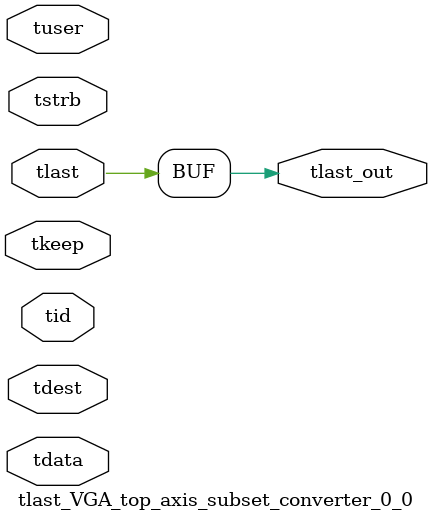
<source format=v>


`timescale 1ps/1ps

module tlast_VGA_top_axis_subset_converter_0_0 #
(
parameter C_S_AXIS_TID_WIDTH   = 1,
parameter C_S_AXIS_TUSER_WIDTH = 0,
parameter C_S_AXIS_TDATA_WIDTH = 0,
parameter C_S_AXIS_TDEST_WIDTH = 0
)
(
input  [(C_S_AXIS_TID_WIDTH   == 0 ? 1 : C_S_AXIS_TID_WIDTH)-1:0       ] tid,
input  [(C_S_AXIS_TDATA_WIDTH == 0 ? 1 : C_S_AXIS_TDATA_WIDTH)-1:0     ] tdata,
input  [(C_S_AXIS_TUSER_WIDTH == 0 ? 1 : C_S_AXIS_TUSER_WIDTH)-1:0     ] tuser,
input  [(C_S_AXIS_TDEST_WIDTH == 0 ? 1 : C_S_AXIS_TDEST_WIDTH)-1:0     ] tdest,
input  [(C_S_AXIS_TDATA_WIDTH/8)-1:0 ] tkeep,
input  [(C_S_AXIS_TDATA_WIDTH/8)-1:0 ] tstrb,
input  [0:0]                                                             tlast,
output                                                                   tlast_out
);

assign tlast_out = {tlast};

endmodule


</source>
